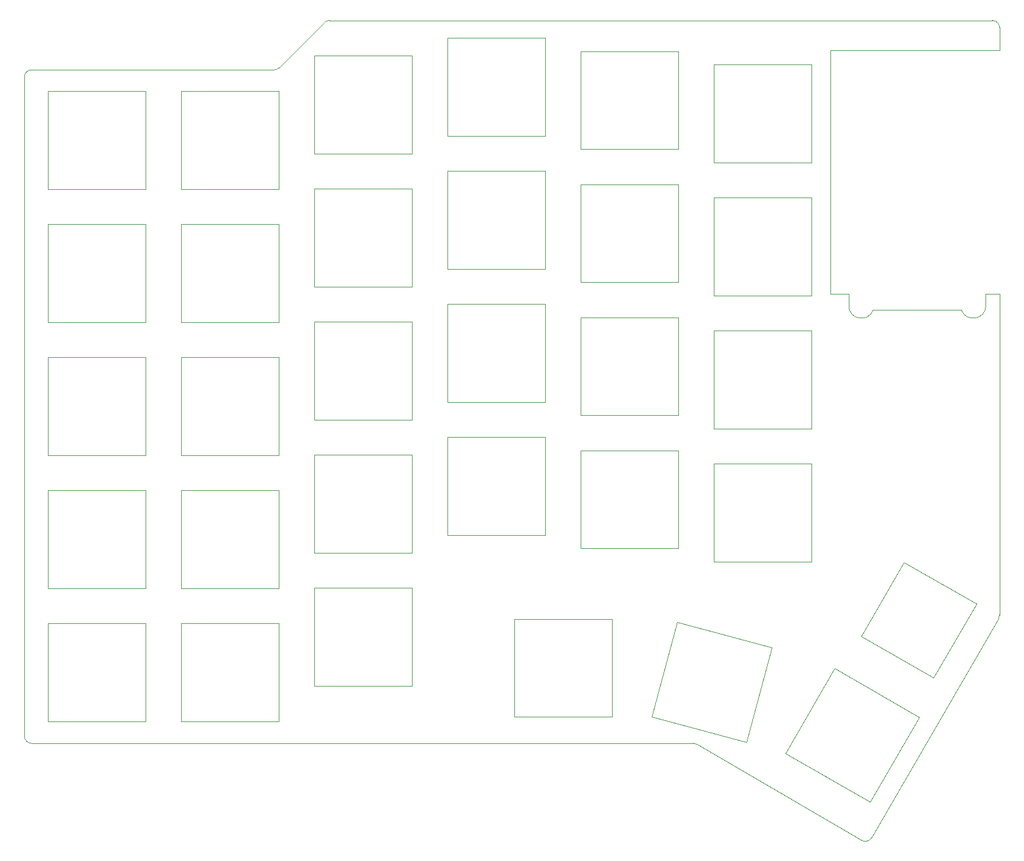
<source format=gbr>
G04 #@! TF.GenerationSoftware,KiCad,Pcbnew,(5.1.6)-1*
G04 #@! TF.CreationDate,2020-09-28T23:30:51+08:00*
G04 #@! TF.ProjectId,Cantaloupe-Plate,43616e74-616c-46f7-9570-652d506c6174,rev?*
G04 #@! TF.SameCoordinates,Original*
G04 #@! TF.FileFunction,Profile,NP*
%FSLAX46Y46*%
G04 Gerber Fmt 4.6, Leading zero omitted, Abs format (unit mm)*
G04 Created by KiCad (PCBNEW (5.1.6)-1) date 2020-09-28 23:30:51*
%MOMM*%
%LPD*%
G01*
G04 APERTURE LIST*
G04 #@! TA.AperFunction,Profile*
%ADD10C,0.010000*%
G04 #@! TD*
G04 APERTURE END LIST*
D10*
X200818022Y-158528090D02*
X177250948Y-144745898D01*
X220544395Y-126236171D02*
G75*
G02*
X220409511Y-126737713I-1000000J30D01*
G01*
X82071016Y-48194002D02*
X116781718Y-48193961D01*
X202187957Y-158166438D02*
G75*
G02*
X200818022Y-158528090I-865115J501572D01*
G01*
X176746135Y-144609123D02*
G75*
G02*
X177250948Y-144745898I-7J-1000000D01*
G01*
X82070232Y-144608442D02*
G75*
G02*
X81070239Y-143608434I7J1000000D01*
G01*
X218588999Y-80308704D02*
X220545746Y-80308704D01*
X123953451Y-41410821D02*
G75*
G02*
X124662048Y-41116528I708504J-705707D01*
G01*
X117490221Y-47899668D02*
G75*
G02*
X116781718Y-48193961I-708504J705707D01*
G01*
X81071018Y-49193995D02*
G75*
G02*
X82071016Y-48194002I1000000J-7D01*
G01*
X81070239Y-143608434D02*
X81071018Y-49193994D01*
X176746135Y-144609123D02*
X82070231Y-144608442D01*
X220409511Y-126737713D02*
X202187958Y-158166437D01*
X220545746Y-80308704D02*
X220544395Y-126236170D01*
X124662048Y-41116528D02*
X196338998Y-41123210D01*
X117490221Y-47899668D02*
X123953451Y-41410821D01*
X196338998Y-41123210D02*
X219545746Y-41123210D01*
X220545746Y-42123210D02*
X220545746Y-45408298D01*
X220545746Y-45408298D02*
X196338998Y-45408298D01*
X219545746Y-41123210D02*
G75*
G02*
X220545746Y-42123210I0J-1000000D01*
G01*
X196338998Y-45408298D02*
X196338999Y-80308701D01*
X218588999Y-81958701D02*
X218588999Y-80308704D01*
X218589000Y-81958697D02*
G75*
G02*
X215091942Y-82558701I-1800001J-2D01*
G01*
X202486055Y-82558701D02*
X215091942Y-82558701D01*
X202486055Y-82558700D02*
G75*
G02*
X198988998Y-81958702I-1697057J599999D01*
G01*
X196338999Y-80308701D02*
X198988998Y-80308700D01*
X198988998Y-80308700D02*
X198988998Y-81958702D01*
X179689995Y-99544899D02*
X193689995Y-99544899D01*
X193689995Y-85544899D02*
X193689995Y-99544899D01*
X179689995Y-85544899D02*
X193689995Y-85544899D01*
X179689995Y-99544899D02*
X179689995Y-85544899D01*
X122539997Y-136374898D02*
X136539997Y-136374898D01*
X136539997Y-122374898D02*
X136539997Y-136374898D01*
X122539997Y-122374898D02*
X136539997Y-122374898D01*
X122539997Y-136374898D02*
X122539997Y-122374898D01*
X160640000Y-78589900D02*
X174640000Y-78589900D01*
X174640000Y-64589900D02*
X174640000Y-78589900D01*
X160640000Y-64589900D02*
X174640000Y-64589900D01*
X160640000Y-78589900D02*
X160640000Y-64589900D01*
X179689996Y-80494899D02*
X193689996Y-80494899D01*
X193689996Y-66494899D02*
X193689996Y-80494899D01*
X179689996Y-66494899D02*
X193689996Y-66494899D01*
X179689996Y-80494899D02*
X179689996Y-66494899D01*
X160639999Y-97639897D02*
X174639999Y-97639897D01*
X174639999Y-83639897D02*
X174639999Y-97639897D01*
X160639999Y-83639897D02*
X174639999Y-83639897D01*
X160639999Y-97639897D02*
X160639999Y-83639897D01*
X179689998Y-118594898D02*
X193689998Y-118594898D01*
X193689998Y-104594898D02*
X193689998Y-118594898D01*
X179689998Y-104594898D02*
X193689998Y-104594898D01*
X179689998Y-118594898D02*
X179689998Y-104594898D01*
X103489998Y-122404896D02*
X117489998Y-122404896D01*
X117489998Y-108404896D02*
X117489998Y-122404896D01*
X103489998Y-108404896D02*
X117489998Y-108404896D01*
X103489998Y-122404896D02*
X103489998Y-108404896D01*
X141590000Y-57634897D02*
X155590000Y-57634897D01*
X155590000Y-43634897D02*
X155590000Y-57634897D01*
X141590000Y-43634897D02*
X155590000Y-43634897D01*
X141590000Y-57634897D02*
X141590000Y-43634897D01*
X141589998Y-95734900D02*
X155589998Y-95734900D01*
X155589998Y-81734900D02*
X155589998Y-95734900D01*
X141589998Y-81734900D02*
X155589998Y-81734900D01*
X141589998Y-95734900D02*
X141589998Y-81734900D01*
X122539998Y-60174901D02*
X136539998Y-60174901D01*
X136539998Y-46174901D02*
X136539998Y-60174901D01*
X122539998Y-46174901D02*
X136539998Y-46174901D01*
X122539998Y-60174901D02*
X122539998Y-46174901D01*
X179690000Y-61444897D02*
X193690000Y-61444897D01*
X193690000Y-47444897D02*
X193690000Y-61444897D01*
X179690000Y-47444897D02*
X193690000Y-47444897D01*
X179690000Y-61444897D02*
X179690000Y-47444897D01*
X170801585Y-140788950D02*
X184324546Y-144412417D01*
X187948013Y-130889456D02*
X184324546Y-144412417D01*
X174425052Y-127265989D02*
X187948013Y-130889456D01*
X170801585Y-140788950D02*
X174425052Y-127265989D01*
X189929905Y-146024303D02*
X202054261Y-153024303D01*
X209054261Y-140899947D02*
X202054261Y-153024303D01*
X196929905Y-133899947D02*
X209054261Y-140899947D01*
X189929905Y-146024303D02*
X196929905Y-133899947D01*
X141589998Y-114784896D02*
X155589998Y-114784896D01*
X155589998Y-100784896D02*
X155589998Y-114784896D01*
X141589998Y-100784896D02*
X155589998Y-100784896D01*
X141589998Y-114784896D02*
X141589998Y-100784896D01*
X103489997Y-141454896D02*
X117489997Y-141454896D01*
X117489997Y-127454896D02*
X117489997Y-141454896D01*
X103489997Y-127454896D02*
X117489997Y-127454896D01*
X103489997Y-141454896D02*
X103489997Y-127454896D01*
X122539994Y-98274901D02*
X136539994Y-98274901D01*
X136539994Y-84274901D02*
X136539994Y-98274901D01*
X122539994Y-84274901D02*
X136539994Y-84274901D01*
X122539994Y-98274901D02*
X122539994Y-84274901D01*
X103489995Y-65254895D02*
X117489995Y-65254895D01*
X117489995Y-51254895D02*
X117489995Y-65254895D01*
X103489995Y-51254895D02*
X117489995Y-51254895D01*
X103489995Y-65254895D02*
X103489995Y-51254895D01*
X160639999Y-59539900D02*
X174639999Y-59539900D01*
X174639999Y-45539900D02*
X174639999Y-59539900D01*
X160639999Y-45539900D02*
X174639999Y-45539900D01*
X160639999Y-59539900D02*
X160639999Y-45539900D01*
X103489998Y-84304900D02*
X117489998Y-84304900D01*
X117489998Y-70304900D02*
X117489998Y-84304900D01*
X103489998Y-70304900D02*
X117489998Y-70304900D01*
X103489998Y-84304900D02*
X103489998Y-70304900D01*
X84439997Y-122404898D02*
X98439997Y-122404898D01*
X98439997Y-108404898D02*
X98439997Y-122404898D01*
X84439997Y-108404898D02*
X98439997Y-108404898D01*
X84439997Y-122404898D02*
X84439997Y-108404898D01*
X84439994Y-103354896D02*
X98439994Y-103354896D01*
X98439994Y-89354896D02*
X98439994Y-103354896D01*
X84439994Y-89354896D02*
X98439994Y-89354896D01*
X84439994Y-103354896D02*
X84439994Y-89354896D01*
X103489996Y-103354897D02*
X117489996Y-103354897D01*
X117489996Y-89354897D02*
X117489996Y-103354897D01*
X103489996Y-89354897D02*
X117489996Y-89354897D01*
X103489996Y-103354897D02*
X103489996Y-89354897D01*
X84440000Y-65254900D02*
X98440000Y-65254900D01*
X98440000Y-51254900D02*
X98440000Y-65254900D01*
X84440000Y-51254900D02*
X98440000Y-51254900D01*
X84440000Y-65254900D02*
X84440000Y-51254900D01*
X141589998Y-76684899D02*
X155589998Y-76684899D01*
X155589998Y-62684899D02*
X155589998Y-76684899D01*
X141589998Y-62684899D02*
X155589998Y-62684899D01*
X141589998Y-76684899D02*
X141589998Y-62684899D01*
X84439996Y-141454900D02*
X98439996Y-141454900D01*
X98439996Y-127454900D02*
X98439996Y-141454900D01*
X84439996Y-127454900D02*
X98439996Y-127454900D01*
X84439996Y-141454900D02*
X84439996Y-127454900D01*
X160640000Y-116689903D02*
X174640000Y-116689903D01*
X174640000Y-102689903D02*
X174640000Y-116689903D01*
X160640000Y-102689903D02*
X174640000Y-102689903D01*
X160640000Y-116689903D02*
X160640000Y-102689903D01*
X122539997Y-117324895D02*
X136539997Y-117324895D01*
X136539997Y-103324895D02*
X136539997Y-117324895D01*
X122539997Y-103324895D02*
X136539997Y-103324895D01*
X122539997Y-117324895D02*
X122539997Y-103324895D01*
X84440003Y-84304895D02*
X98440003Y-84304895D01*
X98440003Y-70304895D02*
X98440003Y-84304895D01*
X84440003Y-70304895D02*
X98440003Y-70304895D01*
X84440003Y-84304895D02*
X84440003Y-70304895D01*
X122539997Y-79224896D02*
X136539997Y-79224896D01*
X136539997Y-65224896D02*
X136539997Y-79224896D01*
X122539997Y-65224896D02*
X136539997Y-65224896D01*
X122539997Y-79224896D02*
X122539997Y-65224896D01*
X151114998Y-140819898D02*
X165114998Y-140819898D01*
X165114998Y-126819898D02*
X165114998Y-140819898D01*
X151114998Y-126819898D02*
X165114998Y-126819898D01*
X151114998Y-140819898D02*
X151114998Y-126819898D01*
X206905081Y-118672430D02*
X200780081Y-129281242D01*
X217254085Y-124647430D02*
X211129085Y-135256242D01*
X217254085Y-124647430D02*
X206905081Y-118672430D01*
X200780081Y-129281242D02*
X211129085Y-135256242D01*
M02*

</source>
